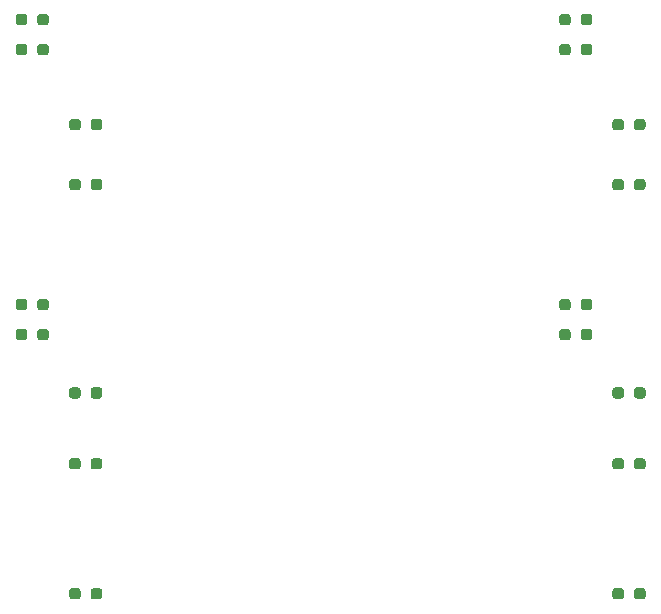
<source format=gbp>
G04 #@! TF.GenerationSoftware,KiCad,Pcbnew,(5.1.8)-1*
G04 #@! TF.CreationDate,2020-11-28T16:02:08+09:00*
G04 #@! TF.ProjectId,DigitalInput4chS,44696769-7461-46c4-996e-707574346368,2*
G04 #@! TF.SameCoordinates,Original*
G04 #@! TF.FileFunction,Paste,Bot*
G04 #@! TF.FilePolarity,Positive*
%FSLAX46Y46*%
G04 Gerber Fmt 4.6, Leading zero omitted, Abs format (unit mm)*
G04 Created by KiCad (PCBNEW (5.1.8)-1) date 2020-11-28 16:02:08*
%MOMM*%
%LPD*%
G01*
G04 APERTURE LIST*
G04 APERTURE END LIST*
G36*
G01*
X143425000Y-141237500D02*
X143425000Y-140762500D01*
G75*
G02*
X143662500Y-140525000I237500J0D01*
G01*
X144162500Y-140525000D01*
G75*
G02*
X144400000Y-140762500I0J-237500D01*
G01*
X144400000Y-141237500D01*
G75*
G02*
X144162500Y-141475000I-237500J0D01*
G01*
X143662500Y-141475000D01*
G75*
G02*
X143425000Y-141237500I0J237500D01*
G01*
G37*
G36*
G01*
X141600000Y-141237500D02*
X141600000Y-140762500D01*
G75*
G02*
X141837500Y-140525000I237500J0D01*
G01*
X142337500Y-140525000D01*
G75*
G02*
X142575000Y-140762500I0J-237500D01*
G01*
X142575000Y-141237500D01*
G75*
G02*
X142337500Y-141475000I-237500J0D01*
G01*
X141837500Y-141475000D01*
G75*
G02*
X141600000Y-141237500I0J237500D01*
G01*
G37*
G36*
G01*
X143425000Y-117597500D02*
X143425000Y-117122500D01*
G75*
G02*
X143662500Y-116885000I237500J0D01*
G01*
X144162500Y-116885000D01*
G75*
G02*
X144400000Y-117122500I0J-237500D01*
G01*
X144400000Y-117597500D01*
G75*
G02*
X144162500Y-117835000I-237500J0D01*
G01*
X143662500Y-117835000D01*
G75*
G02*
X143425000Y-117597500I0J237500D01*
G01*
G37*
G36*
G01*
X141600000Y-117597500D02*
X141600000Y-117122500D01*
G75*
G02*
X141837500Y-116885000I237500J0D01*
G01*
X142337500Y-116885000D01*
G75*
G02*
X142575000Y-117122500I0J-237500D01*
G01*
X142575000Y-117597500D01*
G75*
G02*
X142337500Y-117835000I-237500J0D01*
G01*
X141837500Y-117835000D01*
G75*
G02*
X141600000Y-117597500I0J237500D01*
G01*
G37*
G36*
G01*
X143425000Y-152237500D02*
X143425000Y-151762500D01*
G75*
G02*
X143662500Y-151525000I237500J0D01*
G01*
X144162500Y-151525000D01*
G75*
G02*
X144400000Y-151762500I0J-237500D01*
G01*
X144400000Y-152237500D01*
G75*
G02*
X144162500Y-152475000I-237500J0D01*
G01*
X143662500Y-152475000D01*
G75*
G02*
X143425000Y-152237500I0J237500D01*
G01*
G37*
G36*
G01*
X141600000Y-152237500D02*
X141600000Y-151762500D01*
G75*
G02*
X141837500Y-151525000I237500J0D01*
G01*
X142337500Y-151525000D01*
G75*
G02*
X142575000Y-151762500I0J-237500D01*
G01*
X142575000Y-152237500D01*
G75*
G02*
X142337500Y-152475000I-237500J0D01*
G01*
X141837500Y-152475000D01*
G75*
G02*
X141600000Y-152237500I0J237500D01*
G01*
G37*
G36*
G01*
X143425000Y-135237500D02*
X143425000Y-134762500D01*
G75*
G02*
X143662500Y-134525000I237500J0D01*
G01*
X144162500Y-134525000D01*
G75*
G02*
X144400000Y-134762500I0J-237500D01*
G01*
X144400000Y-135237500D01*
G75*
G02*
X144162500Y-135475000I-237500J0D01*
G01*
X143662500Y-135475000D01*
G75*
G02*
X143425000Y-135237500I0J237500D01*
G01*
G37*
G36*
G01*
X141600000Y-135237500D02*
X141600000Y-134762500D01*
G75*
G02*
X141837500Y-134525000I237500J0D01*
G01*
X142337500Y-134525000D01*
G75*
G02*
X142575000Y-134762500I0J-237500D01*
G01*
X142575000Y-135237500D01*
G75*
G02*
X142337500Y-135475000I-237500J0D01*
G01*
X141837500Y-135475000D01*
G75*
G02*
X141600000Y-135237500I0J237500D01*
G01*
G37*
G36*
G01*
X138055000Y-103152500D02*
X138055000Y-103627500D01*
G75*
G02*
X137817500Y-103865000I-237500J0D01*
G01*
X137317500Y-103865000D01*
G75*
G02*
X137080000Y-103627500I0J237500D01*
G01*
X137080000Y-103152500D01*
G75*
G02*
X137317500Y-102915000I237500J0D01*
G01*
X137817500Y-102915000D01*
G75*
G02*
X138055000Y-103152500I0J-237500D01*
G01*
G37*
G36*
G01*
X139880000Y-103152500D02*
X139880000Y-103627500D01*
G75*
G02*
X139642500Y-103865000I-237500J0D01*
G01*
X139142500Y-103865000D01*
G75*
G02*
X138905000Y-103627500I0J237500D01*
G01*
X138905000Y-103152500D01*
G75*
G02*
X139142500Y-102915000I237500J0D01*
G01*
X139642500Y-102915000D01*
G75*
G02*
X139880000Y-103152500I0J-237500D01*
G01*
G37*
G36*
G01*
X138055000Y-129822500D02*
X138055000Y-130297500D01*
G75*
G02*
X137817500Y-130535000I-237500J0D01*
G01*
X137317500Y-130535000D01*
G75*
G02*
X137080000Y-130297500I0J237500D01*
G01*
X137080000Y-129822500D01*
G75*
G02*
X137317500Y-129585000I237500J0D01*
G01*
X137817500Y-129585000D01*
G75*
G02*
X138055000Y-129822500I0J-237500D01*
G01*
G37*
G36*
G01*
X139880000Y-129822500D02*
X139880000Y-130297500D01*
G75*
G02*
X139642500Y-130535000I-237500J0D01*
G01*
X139142500Y-130535000D01*
G75*
G02*
X138905000Y-130297500I0J237500D01*
G01*
X138905000Y-129822500D01*
G75*
G02*
X139142500Y-129585000I237500J0D01*
G01*
X139642500Y-129585000D01*
G75*
G02*
X139880000Y-129822500I0J-237500D01*
G01*
G37*
G36*
G01*
X138055000Y-127282500D02*
X138055000Y-127757500D01*
G75*
G02*
X137817500Y-127995000I-237500J0D01*
G01*
X137317500Y-127995000D01*
G75*
G02*
X137080000Y-127757500I0J237500D01*
G01*
X137080000Y-127282500D01*
G75*
G02*
X137317500Y-127045000I237500J0D01*
G01*
X137817500Y-127045000D01*
G75*
G02*
X138055000Y-127282500I0J-237500D01*
G01*
G37*
G36*
G01*
X139880000Y-127282500D02*
X139880000Y-127757500D01*
G75*
G02*
X139642500Y-127995000I-237500J0D01*
G01*
X139142500Y-127995000D01*
G75*
G02*
X138905000Y-127757500I0J237500D01*
G01*
X138905000Y-127282500D01*
G75*
G02*
X139142500Y-127045000I237500J0D01*
G01*
X139642500Y-127045000D01*
G75*
G02*
X139880000Y-127282500I0J-237500D01*
G01*
G37*
G36*
G01*
X138055000Y-105692500D02*
X138055000Y-106167500D01*
G75*
G02*
X137817500Y-106405000I-237500J0D01*
G01*
X137317500Y-106405000D01*
G75*
G02*
X137080000Y-106167500I0J237500D01*
G01*
X137080000Y-105692500D01*
G75*
G02*
X137317500Y-105455000I237500J0D01*
G01*
X137817500Y-105455000D01*
G75*
G02*
X138055000Y-105692500I0J-237500D01*
G01*
G37*
G36*
G01*
X139880000Y-105692500D02*
X139880000Y-106167500D01*
G75*
G02*
X139642500Y-106405000I-237500J0D01*
G01*
X139142500Y-106405000D01*
G75*
G02*
X138905000Y-106167500I0J237500D01*
G01*
X138905000Y-105692500D01*
G75*
G02*
X139142500Y-105455000I237500J0D01*
G01*
X139642500Y-105455000D01*
G75*
G02*
X139880000Y-105692500I0J-237500D01*
G01*
G37*
G36*
G01*
X143425000Y-112517500D02*
X143425000Y-112042500D01*
G75*
G02*
X143662500Y-111805000I237500J0D01*
G01*
X144162500Y-111805000D01*
G75*
G02*
X144400000Y-112042500I0J-237500D01*
G01*
X144400000Y-112517500D01*
G75*
G02*
X144162500Y-112755000I-237500J0D01*
G01*
X143662500Y-112755000D01*
G75*
G02*
X143425000Y-112517500I0J237500D01*
G01*
G37*
G36*
G01*
X141600000Y-112517500D02*
X141600000Y-112042500D01*
G75*
G02*
X141837500Y-111805000I237500J0D01*
G01*
X142337500Y-111805000D01*
G75*
G02*
X142575000Y-112042500I0J-237500D01*
G01*
X142575000Y-112517500D01*
G75*
G02*
X142337500Y-112755000I-237500J0D01*
G01*
X141837500Y-112755000D01*
G75*
G02*
X141600000Y-112517500I0J237500D01*
G01*
G37*
G36*
G01*
X95600000Y-141237500D02*
X95600000Y-140762500D01*
G75*
G02*
X95837500Y-140525000I237500J0D01*
G01*
X96337500Y-140525000D01*
G75*
G02*
X96575000Y-140762500I0J-237500D01*
G01*
X96575000Y-141237500D01*
G75*
G02*
X96337500Y-141475000I-237500J0D01*
G01*
X95837500Y-141475000D01*
G75*
G02*
X95600000Y-141237500I0J237500D01*
G01*
G37*
G36*
G01*
X97425000Y-141237500D02*
X97425000Y-140762500D01*
G75*
G02*
X97662500Y-140525000I237500J0D01*
G01*
X98162500Y-140525000D01*
G75*
G02*
X98400000Y-140762500I0J-237500D01*
G01*
X98400000Y-141237500D01*
G75*
G02*
X98162500Y-141475000I-237500J0D01*
G01*
X97662500Y-141475000D01*
G75*
G02*
X97425000Y-141237500I0J237500D01*
G01*
G37*
G36*
G01*
X95600000Y-152237500D02*
X95600000Y-151762500D01*
G75*
G02*
X95837500Y-151525000I237500J0D01*
G01*
X96337500Y-151525000D01*
G75*
G02*
X96575000Y-151762500I0J-237500D01*
G01*
X96575000Y-152237500D01*
G75*
G02*
X96337500Y-152475000I-237500J0D01*
G01*
X95837500Y-152475000D01*
G75*
G02*
X95600000Y-152237500I0J237500D01*
G01*
G37*
G36*
G01*
X97425000Y-152237500D02*
X97425000Y-151762500D01*
G75*
G02*
X97662500Y-151525000I237500J0D01*
G01*
X98162500Y-151525000D01*
G75*
G02*
X98400000Y-151762500I0J-237500D01*
G01*
X98400000Y-152237500D01*
G75*
G02*
X98162500Y-152475000I-237500J0D01*
G01*
X97662500Y-152475000D01*
G75*
G02*
X97425000Y-152237500I0J237500D01*
G01*
G37*
G36*
G01*
X95600000Y-117597500D02*
X95600000Y-117122500D01*
G75*
G02*
X95837500Y-116885000I237500J0D01*
G01*
X96337500Y-116885000D01*
G75*
G02*
X96575000Y-117122500I0J-237500D01*
G01*
X96575000Y-117597500D01*
G75*
G02*
X96337500Y-117835000I-237500J0D01*
G01*
X95837500Y-117835000D01*
G75*
G02*
X95600000Y-117597500I0J237500D01*
G01*
G37*
G36*
G01*
X97425000Y-117597500D02*
X97425000Y-117122500D01*
G75*
G02*
X97662500Y-116885000I237500J0D01*
G01*
X98162500Y-116885000D01*
G75*
G02*
X98400000Y-117122500I0J-237500D01*
G01*
X98400000Y-117597500D01*
G75*
G02*
X98162500Y-117835000I-237500J0D01*
G01*
X97662500Y-117835000D01*
G75*
G02*
X97425000Y-117597500I0J237500D01*
G01*
G37*
G36*
G01*
X95600000Y-112517500D02*
X95600000Y-112042500D01*
G75*
G02*
X95837500Y-111805000I237500J0D01*
G01*
X96337500Y-111805000D01*
G75*
G02*
X96575000Y-112042500I0J-237500D01*
G01*
X96575000Y-112517500D01*
G75*
G02*
X96337500Y-112755000I-237500J0D01*
G01*
X95837500Y-112755000D01*
G75*
G02*
X95600000Y-112517500I0J237500D01*
G01*
G37*
G36*
G01*
X97425000Y-112517500D02*
X97425000Y-112042500D01*
G75*
G02*
X97662500Y-111805000I237500J0D01*
G01*
X98162500Y-111805000D01*
G75*
G02*
X98400000Y-112042500I0J-237500D01*
G01*
X98400000Y-112517500D01*
G75*
G02*
X98162500Y-112755000I-237500J0D01*
G01*
X97662500Y-112755000D01*
G75*
G02*
X97425000Y-112517500I0J237500D01*
G01*
G37*
G36*
G01*
X95600000Y-135237500D02*
X95600000Y-134762500D01*
G75*
G02*
X95837500Y-134525000I237500J0D01*
G01*
X96337500Y-134525000D01*
G75*
G02*
X96575000Y-134762500I0J-237500D01*
G01*
X96575000Y-135237500D01*
G75*
G02*
X96337500Y-135475000I-237500J0D01*
G01*
X95837500Y-135475000D01*
G75*
G02*
X95600000Y-135237500I0J237500D01*
G01*
G37*
G36*
G01*
X97425000Y-135237500D02*
X97425000Y-134762500D01*
G75*
G02*
X97662500Y-134525000I237500J0D01*
G01*
X98162500Y-134525000D01*
G75*
G02*
X98400000Y-134762500I0J-237500D01*
G01*
X98400000Y-135237500D01*
G75*
G02*
X98162500Y-135475000I-237500J0D01*
G01*
X97662500Y-135475000D01*
G75*
G02*
X97425000Y-135237500I0J237500D01*
G01*
G37*
G36*
G01*
X93880000Y-105692500D02*
X93880000Y-106167500D01*
G75*
G02*
X93642500Y-106405000I-237500J0D01*
G01*
X93142500Y-106405000D01*
G75*
G02*
X92905000Y-106167500I0J237500D01*
G01*
X92905000Y-105692500D01*
G75*
G02*
X93142500Y-105455000I237500J0D01*
G01*
X93642500Y-105455000D01*
G75*
G02*
X93880000Y-105692500I0J-237500D01*
G01*
G37*
G36*
G01*
X92055000Y-105692500D02*
X92055000Y-106167500D01*
G75*
G02*
X91817500Y-106405000I-237500J0D01*
G01*
X91317500Y-106405000D01*
G75*
G02*
X91080000Y-106167500I0J237500D01*
G01*
X91080000Y-105692500D01*
G75*
G02*
X91317500Y-105455000I237500J0D01*
G01*
X91817500Y-105455000D01*
G75*
G02*
X92055000Y-105692500I0J-237500D01*
G01*
G37*
G36*
G01*
X93880000Y-103152500D02*
X93880000Y-103627500D01*
G75*
G02*
X93642500Y-103865000I-237500J0D01*
G01*
X93142500Y-103865000D01*
G75*
G02*
X92905000Y-103627500I0J237500D01*
G01*
X92905000Y-103152500D01*
G75*
G02*
X93142500Y-102915000I237500J0D01*
G01*
X93642500Y-102915000D01*
G75*
G02*
X93880000Y-103152500I0J-237500D01*
G01*
G37*
G36*
G01*
X92055000Y-103152500D02*
X92055000Y-103627500D01*
G75*
G02*
X91817500Y-103865000I-237500J0D01*
G01*
X91317500Y-103865000D01*
G75*
G02*
X91080000Y-103627500I0J237500D01*
G01*
X91080000Y-103152500D01*
G75*
G02*
X91317500Y-102915000I237500J0D01*
G01*
X91817500Y-102915000D01*
G75*
G02*
X92055000Y-103152500I0J-237500D01*
G01*
G37*
G36*
G01*
X93880000Y-127282500D02*
X93880000Y-127757500D01*
G75*
G02*
X93642500Y-127995000I-237500J0D01*
G01*
X93142500Y-127995000D01*
G75*
G02*
X92905000Y-127757500I0J237500D01*
G01*
X92905000Y-127282500D01*
G75*
G02*
X93142500Y-127045000I237500J0D01*
G01*
X93642500Y-127045000D01*
G75*
G02*
X93880000Y-127282500I0J-237500D01*
G01*
G37*
G36*
G01*
X92055000Y-127282500D02*
X92055000Y-127757500D01*
G75*
G02*
X91817500Y-127995000I-237500J0D01*
G01*
X91317500Y-127995000D01*
G75*
G02*
X91080000Y-127757500I0J237500D01*
G01*
X91080000Y-127282500D01*
G75*
G02*
X91317500Y-127045000I237500J0D01*
G01*
X91817500Y-127045000D01*
G75*
G02*
X92055000Y-127282500I0J-237500D01*
G01*
G37*
G36*
G01*
X93880000Y-129822500D02*
X93880000Y-130297500D01*
G75*
G02*
X93642500Y-130535000I-237500J0D01*
G01*
X93142500Y-130535000D01*
G75*
G02*
X92905000Y-130297500I0J237500D01*
G01*
X92905000Y-129822500D01*
G75*
G02*
X93142500Y-129585000I237500J0D01*
G01*
X93642500Y-129585000D01*
G75*
G02*
X93880000Y-129822500I0J-237500D01*
G01*
G37*
G36*
G01*
X92055000Y-129822500D02*
X92055000Y-130297500D01*
G75*
G02*
X91817500Y-130535000I-237500J0D01*
G01*
X91317500Y-130535000D01*
G75*
G02*
X91080000Y-130297500I0J237500D01*
G01*
X91080000Y-129822500D01*
G75*
G02*
X91317500Y-129585000I237500J0D01*
G01*
X91817500Y-129585000D01*
G75*
G02*
X92055000Y-129822500I0J-237500D01*
G01*
G37*
M02*

</source>
